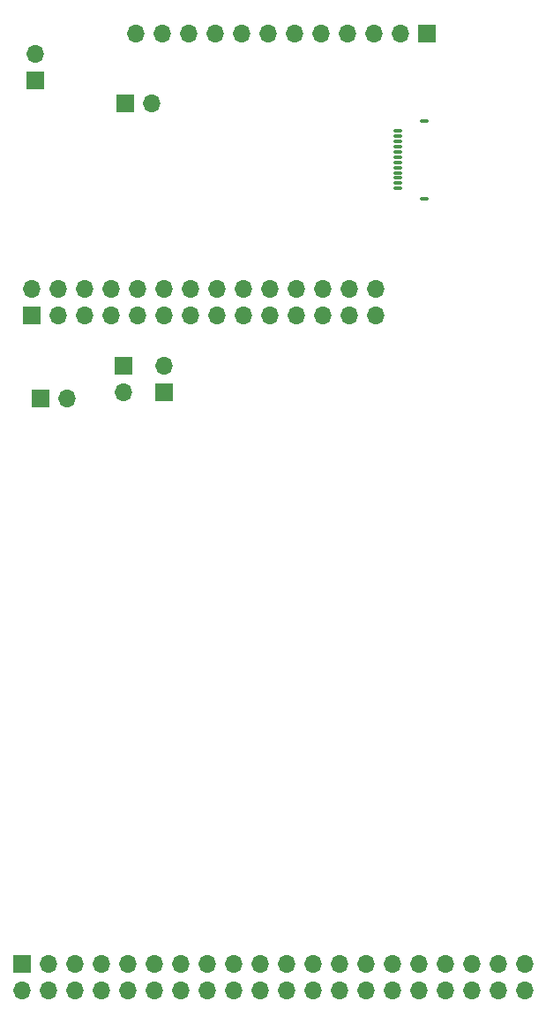
<source format=gbr>
%TF.GenerationSoftware,KiCad,Pcbnew,7.0.9-7.0.9~ubuntu22.04.1*%
%TF.CreationDate,2024-01-04T11:40:04-08:00*%
%TF.ProjectId,devel_gw1,64657665-6c5f-4677-9731-2e6b69636164,rev?*%
%TF.SameCoordinates,Original*%
%TF.FileFunction,Soldermask,Bot*%
%TF.FilePolarity,Negative*%
%FSLAX46Y46*%
G04 Gerber Fmt 4.6, Leading zero omitted, Abs format (unit mm)*
G04 Created by KiCad (PCBNEW 7.0.9-7.0.9~ubuntu22.04.1) date 2024-01-04 11:40:04*
%MOMM*%
%LPD*%
G01*
G04 APERTURE LIST*
G04 Aperture macros list*
%AMRoundRect*
0 Rectangle with rounded corners*
0 $1 Rounding radius*
0 $2 $3 $4 $5 $6 $7 $8 $9 X,Y pos of 4 corners*
0 Add a 4 corners polygon primitive as box body*
4,1,4,$2,$3,$4,$5,$6,$7,$8,$9,$2,$3,0*
0 Add four circle primitives for the rounded corners*
1,1,$1+$1,$2,$3*
1,1,$1+$1,$4,$5*
1,1,$1+$1,$6,$7*
1,1,$1+$1,$8,$9*
0 Add four rect primitives between the rounded corners*
20,1,$1+$1,$2,$3,$4,$5,0*
20,1,$1+$1,$4,$5,$6,$7,0*
20,1,$1+$1,$6,$7,$8,$9,0*
20,1,$1+$1,$8,$9,$2,$3,0*%
G04 Aperture macros list end*
%ADD10R,1.700000X1.700000*%
%ADD11O,1.700000X1.700000*%
%ADD12RoundRect,0.075000X-0.325000X0.075000X-0.325000X-0.075000X0.325000X-0.075000X0.325000X0.075000X0*%
%ADD13RoundRect,0.100000X-0.300000X0.100000X-0.300000X-0.100000X0.300000X-0.100000X0.300000X0.100000X0*%
G04 APERTURE END LIST*
D10*
%TO.C,JP1*%
X126500000Y-79900000D03*
D11*
X126500000Y-77360000D03*
%TD*%
D10*
%TO.C,J2*%
X138900000Y-109775000D03*
D11*
X138900000Y-107235000D03*
%TD*%
D10*
%TO.C,JP4*%
X135000000Y-107225000D03*
D11*
X135000000Y-109765000D03*
%TD*%
D10*
%TO.C,JP3*%
X135160000Y-82100000D03*
D11*
X137700000Y-82100000D03*
%TD*%
D10*
%TO.C,JP2*%
X127025000Y-110400000D03*
D11*
X129565000Y-110400000D03*
%TD*%
D10*
%TO.C,J_EXT2*%
X126190000Y-102430000D03*
D11*
X126190000Y-99890000D03*
X128730000Y-102430000D03*
X128730000Y-99890000D03*
X131270000Y-102430000D03*
X131270000Y-99890000D03*
X133810000Y-102430000D03*
X133810000Y-99890000D03*
X136350000Y-102430000D03*
X136350000Y-99890000D03*
X138890000Y-102430000D03*
X138890000Y-99890000D03*
X141430000Y-102430000D03*
X141430000Y-99890000D03*
X143970000Y-102430000D03*
X143970000Y-99890000D03*
X146510000Y-102430000D03*
X146510000Y-99890000D03*
X149050000Y-102430000D03*
X149050000Y-99890000D03*
X151590000Y-102430000D03*
X151590000Y-99890000D03*
X154130000Y-102430000D03*
X154130000Y-99890000D03*
X156670000Y-102430000D03*
X156670000Y-99890000D03*
X159210000Y-102430000D03*
X159210000Y-99890000D03*
%TD*%
D10*
%TO.C,SOCKET1*%
X125222000Y-164592000D03*
D11*
X125222000Y-167132000D03*
X127762000Y-164592000D03*
X127762000Y-167132000D03*
X130302000Y-164592000D03*
X130302000Y-167132000D03*
X132842000Y-164592000D03*
X132842000Y-167132000D03*
X135382000Y-164592000D03*
X135382000Y-167132000D03*
X137922000Y-164592000D03*
X137922000Y-167132000D03*
X140462000Y-164592000D03*
X140462000Y-167132000D03*
X143002000Y-164592000D03*
X143002000Y-167132000D03*
X145542000Y-164592000D03*
X145542000Y-167132000D03*
X148082000Y-164592000D03*
X148082000Y-167132000D03*
X150622000Y-164592000D03*
X150622000Y-167132000D03*
X153162000Y-164592000D03*
X153162000Y-167132000D03*
X155702000Y-164592000D03*
X155702000Y-167132000D03*
X158242000Y-164592000D03*
X158242000Y-167132000D03*
X160782000Y-164592000D03*
X160782000Y-167132000D03*
X163322000Y-164592000D03*
X163322000Y-167132000D03*
X165862000Y-164592000D03*
X165862000Y-167132000D03*
X168402000Y-164592000D03*
X168402000Y-167132000D03*
X170942000Y-164592000D03*
X170942000Y-167132000D03*
X173482000Y-164592000D03*
X173482000Y-167132000D03*
%TD*%
D10*
%TO.C,J_DISPLAY2*%
X164100000Y-75400000D03*
D11*
X161560000Y-75400000D03*
X159020000Y-75400000D03*
X156480000Y-75400000D03*
X153940000Y-75400000D03*
X151400000Y-75400000D03*
X148860000Y-75400000D03*
X146320000Y-75400000D03*
X143780000Y-75400000D03*
X141240000Y-75400000D03*
X138700000Y-75400000D03*
X136160000Y-75400000D03*
%TD*%
D12*
%TO.C,J_DISPLAY1*%
X161317500Y-84750000D03*
X161317500Y-85250000D03*
X161317500Y-85750000D03*
X161317500Y-86250000D03*
X161317500Y-86750000D03*
X161317500Y-87250000D03*
X161317500Y-87750000D03*
X161317500Y-88250000D03*
X161317500Y-88750000D03*
X161317500Y-89250000D03*
X161311214Y-89745720D03*
X161317500Y-90250000D03*
D13*
X163817500Y-83750000D03*
X163817500Y-91250000D03*
%TD*%
M02*

</source>
